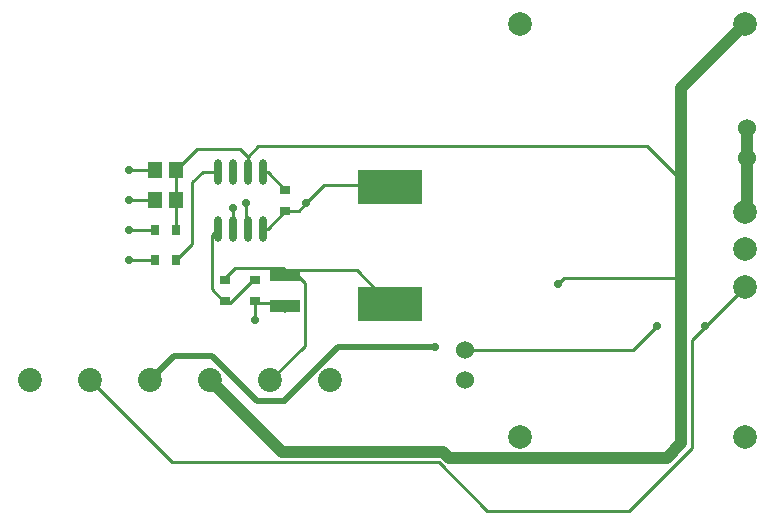
<source format=gtl>
G04 Layer_Physical_Order=1*
G04 Layer_Color=255*
%FSLAX25Y25*%
%MOIN*%
G70*
G01*
G75*
%ADD10R,0.03740X0.03150*%
%ADD11R,0.10236X0.04331*%
%ADD12R,0.04528X0.05512*%
%ADD13R,0.02953X0.03543*%
%ADD14R,0.21260X0.11417*%
%ADD15O,0.02362X0.08661*%
%ADD16R,0.03543X0.02953*%
%ADD17C,0.04000*%
%ADD18C,0.01000*%
%ADD19C,0.02000*%
%ADD20C,0.06000*%
%ADD21C,0.07874*%
%ADD22C,0.07992*%
%ADD23C,0.02900*%
D10*
X125000Y98347D02*
D03*
Y91654D02*
D03*
X115000Y98347D02*
D03*
Y91654D02*
D03*
D11*
X135000Y89685D02*
D03*
Y100315D02*
D03*
D12*
X98642Y135000D02*
D03*
X91358D02*
D03*
X98642Y125000D02*
D03*
X91358D02*
D03*
D13*
X91555Y115000D02*
D03*
X98445D02*
D03*
X91555Y105000D02*
D03*
X98445D02*
D03*
D14*
X170000Y90512D02*
D03*
Y129488D02*
D03*
D15*
X112500Y115551D02*
D03*
X117500D02*
D03*
X122500D02*
D03*
X127500D02*
D03*
X112500Y134449D02*
D03*
X117500D02*
D03*
X122500D02*
D03*
X127500D02*
D03*
D16*
X135000Y128445D02*
D03*
Y121555D02*
D03*
D17*
X289000Y139000D02*
Y149000D01*
Y122031D02*
Y139000D01*
X288268Y121299D02*
X289000Y122031D01*
X267000Y99000D02*
Y162551D01*
X288268Y183819D01*
X189495Y39244D02*
X262244D01*
X267000Y44000D01*
Y99000D01*
X187539Y41200D02*
X189495Y39244D01*
X110000Y65000D02*
X133800Y41200D01*
X187539D01*
D18*
X202289Y21500D02*
X249450D01*
X270500Y42550D01*
X251000Y75000D02*
X259000Y83000D01*
X195000Y75000D02*
X251000D01*
X137209Y101791D02*
X141618Y97382D01*
Y76618D02*
Y97382D01*
X130000Y65000D02*
X141618Y76618D01*
X135000Y101791D02*
X137209D01*
X270500Y42550D02*
Y78413D01*
X288268Y96181D01*
X98642Y135000D02*
X105642Y142000D01*
X98642Y115000D02*
Y125000D01*
Y135000D01*
X110350Y95417D02*
X115000Y90768D01*
X116535D01*
X125000Y99232D01*
X127500Y134449D02*
X129193D01*
X135000Y128642D01*
X127500Y115551D02*
X129193D01*
X135000Y121358D01*
X169488Y130000D02*
X170000Y129488D01*
X135000Y121358D02*
X139358D01*
X148000Y130000D02*
X169488D01*
X139358Y121358D02*
X142000Y124000D01*
X148000Y130000D01*
X83000Y135000D02*
X91358D01*
X83000Y125000D02*
X91358D01*
X83000Y115000D02*
X91358D01*
X83000Y105000D02*
X91358D01*
X115000Y99232D02*
X118173Y102406D01*
X125000Y85083D02*
Y90768D01*
X122000Y116051D02*
X122500Y115551D01*
X132441Y90768D02*
X135000Y88209D01*
X125000Y90768D02*
X132441D01*
X135000Y101791D02*
X158721D01*
X170000Y90512D01*
X118173Y102406D02*
X134386D01*
X135000Y101791D01*
X107449Y134449D02*
X112500D01*
X110350Y113402D02*
X112500Y115551D01*
X110350Y95417D02*
Y113402D01*
X104000Y131000D02*
X107449Y134449D01*
X104000Y110358D02*
Y131000D01*
X98642Y105000D02*
X104000Y110358D01*
X122000Y116051D02*
Y124000D01*
X117500Y115551D02*
Y122500D01*
X120000Y142000D02*
X122500Y139500D01*
X105642Y142000D02*
X120000D01*
X122500Y136390D02*
Y139500D01*
X255598Y143000D02*
X266799Y131799D01*
X122500Y135000D02*
Y139500D01*
X126000Y143000D01*
X255598D01*
X228000Y99000D02*
X267000D01*
X226000Y97000D02*
X228000Y99000D01*
X70000Y65000D02*
X97300Y37700D01*
X186089D01*
X202289Y21500D01*
D19*
X90000Y65000D02*
X98000Y73000D01*
X135000Y58000D02*
Y58480D01*
X152520Y76000D01*
X185000D01*
X125480Y58000D02*
X135000D01*
X98000Y73000D02*
X110480D01*
X125480Y58000D01*
D20*
X289000Y149000D02*
D03*
Y139000D02*
D03*
X195000Y65000D02*
D03*
Y75000D02*
D03*
D21*
X288268Y108780D02*
D03*
Y121299D02*
D03*
Y96181D02*
D03*
Y46181D02*
D03*
Y183819D02*
D03*
X213268D02*
D03*
Y46181D02*
D03*
D22*
X130000Y65000D02*
D03*
X110000D02*
D03*
X90000D02*
D03*
X70000D02*
D03*
X50000D02*
D03*
X150000D02*
D03*
D23*
X267000Y125000D02*
D03*
X275000Y83000D02*
D03*
X259000D02*
D03*
X185000Y76000D02*
D03*
X142000Y124000D02*
D03*
X83000Y135000D02*
D03*
Y125000D02*
D03*
Y115000D02*
D03*
Y105000D02*
D03*
X125000Y85083D02*
D03*
X122000Y124000D02*
D03*
X117500Y122500D02*
D03*
X226000Y97000D02*
D03*
M02*

</source>
